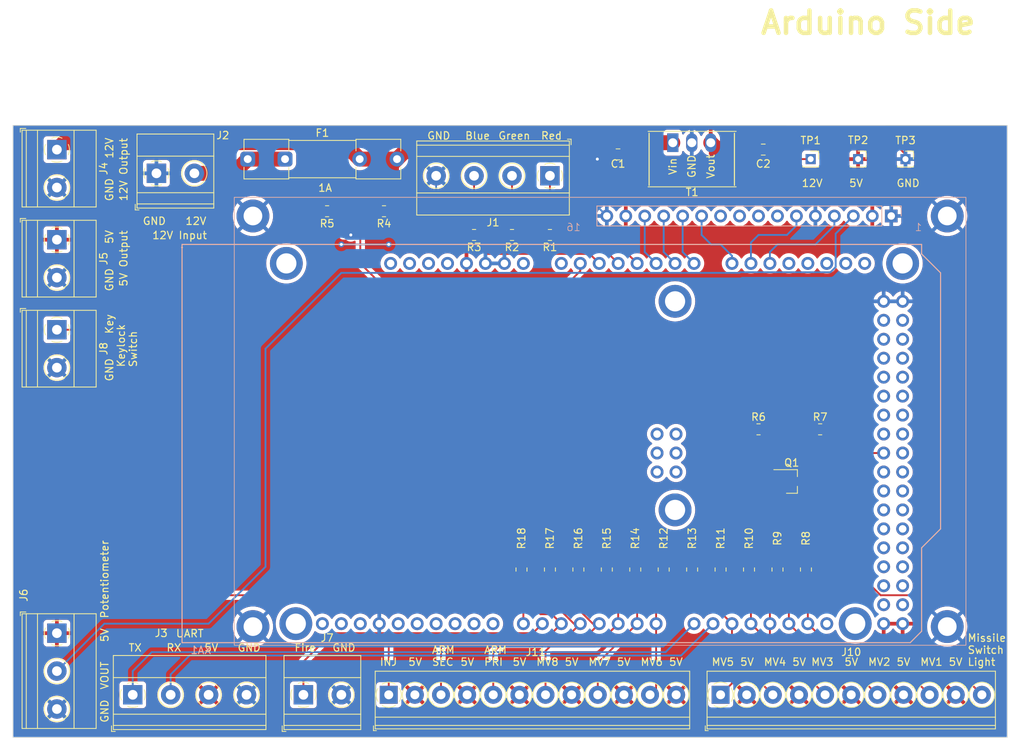
<source format=kicad_pcb>
(kicad_pcb (version 20221018) (generator pcbnew)
  (layers (0 "F.Cu" signal) (31 "B.Cu" signal) (34 "B.Paste" user) (35 "F.Paste" user) (36 "B.SilkS" user "B.Silkscreen") (37 "F.SilkS" user "F.Silkscreen") (38 "B.Mask" user) (39 "F.Mask" user) (44 "Edge.Cuts" user))
  (net 0 "")
  (net 1 "+12V")
  (net 2 "GND")
  (net 3 "+5V")
  (net 4 "Net-(J2-Pin_2)")
  (net 5 "Net-(J1-Pin_1)")
  (net 6 "Net-(J1-Pin_2)")
  (net 7 "Net-(J1-Pin_3)")
  (net 8 "UART_TX")
  (net 9 "UART_RX")
  (net 10 "/LCD_CONTRAST")
  (net 11 "FIRE_IN")
  (net 12 "KEYLOCK_IN")
  (net 13 "LCD_RS")
  (net 14 "LCD_E")
  (net 19 "LCD_DB4")
  (net 20 "LCD_DB5")
  (net 21 "LCD_DB6")
  (net 22 "LCD_DB7")
  (net 23 "MV2_IN")
  (net 24 "MV3_IN")
  (net 25 "MV1_IN")
  (net 26 "MV4_IN")
  (net 27 "MV6_IN")
  (net 28 "MV5_IN")
  (net 29 "MV7_IN")
  (net 30 "MV8_IN")
  (net 31 "ARM_PRI_IN")
  (net 32 "ARM_SEC_IN")
  (net 33 "INJ_IN")
  (net 34 "Net-(Q1-G)")
  (net 35 "COMM_STATUS_RED")
  (net 36 "COMM_STATUS_GREEN")
  (net 37 "COMM_STATUS_BLUE")
  (net 38 "12V_SENSE")
  (net 39 "LED_CTRL")
  (net 80 "/Missile Switches/MISSILE_LIGHT_GND")
  (footprint "Resistor_SMD:R_0805_2012Metric_Pad1.20x1.40mm_HandSolder" (layer "F.Cu") (at 149.86 98.155 90)
    (fp_text reference "R8")
    (fp_text value "22k")
  )
  (footprint "Resistor_SMD:R_0805_2012Metric_Pad1.20x1.40mm_HandSolder" (layer "F.Cu") (at 146.05 98.155 90)
    (fp_text reference "R9")
    (fp_text value "22k")
  )
  (footprint "Resistor_SMD:R_0805_2012Metric_Pad1.20x1.40mm_HandSolder" (layer "F.Cu") (at 151.765 79.375)
    (fp_text reference "R7")
    (fp_text value "10K")
  )
  (footprint "Connector_PinSocket_2.00mm:PinSocket_1x01_P2.00mm_Vertical" (layer "F.Cu") (at 163.195 43.18)
    (fp_text reference "TP3")
    (fp_text value "GND Test")
  )
  (footprint "Resistor_SMD:R_0805_2012Metric_Pad1.20x1.40mm_HandSolder" (layer "F.Cu") (at 93.345 50.165 180)
    (fp_text reference "R4")
    (fp_text value "15k")
  )
  (footprint "Connector_PinSocket_2.00mm:PinSocket_1x01_P2.00mm_Vertical" (layer "F.Cu") (at 150.495 43.18)
    (fp_text reference "TP1")
    (fp_text value "12V Test")
  )
  (footprint "Resistor_SMD:R_0805_2012Metric_Pad1.20x1.40mm_HandSolder" (layer "F.Cu") (at 105.41 53.34 180)
    (fp_text reference "R3")
    (fp_text value "100R")
  )
  (footprint "Fuse:Fuseholder_Clip-5x20mm_Littelfuse_111_Inline_P20.00x5.00mm_D1.05mm_Horizontal" (layer "F.Cu") (at 75.09 43.18)
    (fp_text reference "F1")
    (fp_text value "1A Fuse")
  )
  (footprint "Resistor_SMD:R_0805_2012Metric_Pad1.20x1.40mm_HandSolder" (layer "F.Cu") (at 85.725 50.165 180)
    (fp_text reference "R5")
    (fp_text value "7.5k")
  )
  (footprint "Resistor_SMD:R_0805_2012Metric_Pad1.20x1.40mm_HandSolder" (layer "F.Cu") (at 142.24 98.155 90)
    (fp_text reference "R10")
    (fp_text value "22k")
  )
  (footprint "rlcs_power_footprints:VXO78XX-1000" (layer "F.Cu") (at 132.03 40.985)
    (fp_text reference "T1")
    (fp_text value "VXO7805-1000")
  )
  (footprint "Resistor_SMD:R_0805_2012Metric_Pad1.20x1.40mm_HandSolder" (layer "F.Cu") (at 138.43 98.155 90)
    (fp_text reference "R11")
    (fp_text value "22k")
  )
  (footprint "Capacitor_SMD:C_0805_2012Metric_Pad1.18x1.45mm_HandSolder" (layer "F.Cu") (at 124.6925 42.545 180)
    (fp_text reference "C1")
    (fp_text value "10uF")
  )
  (footprint "Resistor_SMD:R_0805_2012Metric_Pad1.20x1.40mm_HandSolder" (layer "F.Cu") (at 110.49 53.34 180)
    (fp_text reference "R2")
    (fp_text value "100R")
  )
  (footprint "Resistor_SMD:R_0805_2012Metric_Pad1.20x1.40mm_HandSolder" (layer "F.Cu") (at 115.57 98.155 90)
    (fp_text reference "R17")
    (fp_text value "22k")
  )
  (footprint "TerminalBlock_Phoenix:TerminalBlock_Phoenix_PT-1,5-11-3.5-H_1x11_P3.50mm_Horizontal" (layer "F.Cu") (at 138.43 114.935)
    (fp_text reference "J10")
    (fp_text value "Screw_Terminal_01x11")
  )
  (footprint "TerminalBlock_Phoenix:TerminalBlock_Phoenix_MKDS-1,5-4-5.08_1x04_P5.08mm_Horizontal" (layer "F.Cu") (at 115.57 45.415 180)
    (fp_text reference "J1")
    (fp_text value "Comm Status LED")
  )
  (footprint "TerminalBlock_Phoenix:TerminalBlock_Phoenix_MKDS-1,5-3-5.08_1x03_P5.08mm_Horizontal" (layer "F.Cu") (at 49.53 106.68 -90)
    (fp_text reference "J6")
    (fp_text value "Potentiometer Connector")
  )
  (footprint "Resistor_SMD:R_0805_2012Metric_Pad1.20x1.40mm_HandSolder" (layer "F.Cu") (at 115.57 53.34 180)
    (fp_text reference "R1")
    (fp_text value "100R")
  )
  (footprint "Resistor_SMD:R_0805_2012Metric_Pad1.20x1.40mm_HandSolder" (layer "F.Cu") (at 119.38 98.155 90)
    (fp_text reference "R16")
    (fp_text value "22k")
  )
  (footprint "Resistor_SMD:R_0805_2012Metric_Pad1.20x1.40mm_HandSolder" (layer "F.Cu") (at 123.19 98.155 90)
    (fp_text reference "R15")
    (fp_text value "22k")
  )
  (footprint "TerminalBlock_Phoenix:TerminalBlock_Phoenix_MKDS-1,5-2-5.08_1x02_P5.08mm_Horizontal" (layer "F.Cu") (at 62.865 45.085)
    (fp_text reference "J2")
    (fp_text value "12V Power Input")
  )
  (footprint "Resistor_SMD:R_0805_2012Metric_Pad1.20x1.40mm_HandSolder" (layer "F.Cu") (at 111.76 98.155 90)
    (fp_text reference "R18")
    (fp_text value "22k")
  )
  (footprint "Connector_PinSocket_2.00mm:PinSocket_1x01_P2.00mm_Vertical" (layer "F.Cu") (at 156.845 43.18)
    (fp_text reference "TP2")
    (fp_text value "5V Test")
  )
  (footprint "TerminalBlock_Phoenix:TerminalBlock_Phoenix_PT-1,5-12-3.5-H_1x12_P3.50mm_Horizontal" (layer "F.Cu") (at 93.98 114.935)
    (fp_text reference "J11")
    (fp_text value "Screw_Terminal_01x12")
  )
  (footprint "Resistor_SMD:R_0805_2012Metric_Pad1.20x1.40mm_HandSolder" (layer "F.Cu") (at 130.81 98.155 90)
    (fp_text reference "R12")
    (fp_text value "22k")
  )
  (footprint "TerminalBlock_Phoenix:TerminalBlock_Phoenix_MKDS-1,5-2-5.08_1x02_P5.08mm_Horizontal" (layer "F.Cu") (at 49.53 53.975 -90)
    (fp_text reference "J5")
    (fp_text value "5V Output")
  )
  (footprint "TerminalBlock_Phoenix:TerminalBlock_Phoenix_MKDS-1,5-2-5.08_1x02_P5.08mm_Horizontal" (layer "F.Cu") (at 82.55 114.935)
    (fp_text reference "J7")
    (fp_text value "Fire Button Connector")
  )
  (footprint "Resistor_SMD:R_0805_2012Metric_Pad1.20x1.40mm_HandSolder" (layer "F.Cu") (at 127 98.155 90)
    (fp_text reference "R14")
    (fp_text value "22k")
  )
  (footprint "Capacitor_SMD:C_0805_2012Metric_Pad1.18x1.45mm_HandSolder" (layer "F.Cu") (at 144.145 41.91)
    (fp_text reference "C2")
    (fp_text value "22uF")
  )
  (footprint "TerminalBlock_Phoenix:TerminalBlock_Phoenix_MKDS-1,5-2-5.08_1x02_P5.08mm_Horizontal" (layer "F.Cu") (at 49.53 66.035 -90)
    (fp_text reference "J8")
    (fp_text value "Keylock Switch Connector")
  )
  (footprint "TerminalBlock_Phoenix:TerminalBlock_Phoenix_MKDS-1,5-4-5.08_1x04_P5.08mm_Horizontal" (layer "F.Cu") (at 59.69 114.935)
    (fp_text reference "J3")
    (fp_text value "UART Connector")
  )
  (footprint "Resistor_SMD:R_0805_2012Metric_Pad1.20x1.40mm_HandSolder" (layer "F.Cu") (at 143.51 79.375)
    (fp_text reference "R6")
    (fp_text value "130R")
  )
  (footprint "Package_TO_SOT_SMD:SOT-23_Handsoldering" (layer "F.Cu") (at 147.955 86.36)
    (fp_text reference "Q1")
    (fp_text value "TSM2306CX")
  )
  (footprint "TerminalBlock_Phoenix:TerminalBlock_Phoenix_MKDS-1,5-2-5.08_1x02_P5.08mm_Horizontal" (layer "F.Cu") (at 49.53 41.91 -90)
    (fp_text reference "J4")
    (fp_text value "12V Output")
  )
  (footprint "Resistor_SMD:R_0805_2012Metric_Pad1.20x1.40mm_HandSolder" (layer "F.Cu") (at 134.62 98.155 90)
    (fp_text reference "R13")
    (fp_text value "22k")
  )
  (footprint "rlcs_power_footprints:Arduino_Mega2560_Shield" (layer "B.Cu") (at 66.294 54.61)
    (fp_text reference "XA1")
    (fp_text value "Arduino_Mega2560_Shield")
  )
  (footprint "clientside_footprints:NHD-0420DZ-FSW-FBW" (layer "B.Cu") (at 122.29 78.3 180)
    (fp_text reference "J9" hide)
    (fp_text value "LCD Connector")
  )
  (gr_rect (start 43.65 38.67) (end 176.825 120.635) (stroke (width 0.1)) (fill none) (layer "Edge.Cuts"))
  (gr_text "Green" (at 108.585 40.64) (layer "F.SilkS") (effects (font (size 1 1)) (justify left bottom)))
  (gr_text "5V" (at 154.94 111.125) (layer "F.SilkS") (effects (font (size 1 1)) (justify left bottom)))
  (gr_text "12V" (at 57.15 43.18 90) (layer "F.SilkS") (effects (font (size 1 1)) (justify left bottom)))
  (gr_text "5V" (at 69.215 109.22) (layer "F.SilkS") (effects (font (size 1 1)) (justify left bottom)))
  (gr_text "MV2" (at 158.115 111.125) (layer "F.SilkS") (effects (font (size 1 1)) (justify left bottom)))
  (gr_text "5V" (at 155.575 46.99) (layer "F.SilkS") (effects (font (size 1 1)) (justify left bottom)))
  (gr_text "MV7" (at 120.65 111.125) (layer "F.SilkS") (effects (font (size 1 1)) (justify left bottom)))
  (gr_text "UART" (at 65.405 107.315) (layer "F.SilkS") (effects (font (size 1 1)) (justify left bottom)))
  (gr_text "5V" (at 147.955 111.125) (layer "F.SilkS") (effects (font (size 1 1)) (justify left bottom)))
  (gr_text "INJ" (at 92.71 111.125) (layer "F.SilkS") (effects (font (size 1 1)) (justify left bottom)))
  (gr_text "12V" (at 66.675 52.07) (layer "F.SilkS") (effects (font (size 1 1)) (justify left bottom)))
  (gr_text "5V" (at 124.46 111.125) (layer "F.SilkS") (effects (font (size 1 1)) (justify left bottom)))
  (gr_text "Potentiometer" (at 56.515 104.775 90) (layer "F.SilkS") (effects (font (size 1 1)) (justify left bottom)))
  (gr_text "MV8" (at 113.665 111.125) (layer "F.SilkS") (effects (font (size 1 1)) (justify left bottom)))
  (gr_text "ARM\nPRI" (at 106.68 111.125) (layer "F.SilkS") (effects (font (size 1 1)) (justify left bottom)))
  (gr_text "12V" (at 149.225 46.99) (layer "F.SilkS") (effects (font (size 1 1)) (justify left bottom)))
  (gr_text "GND" (at 57.15 73.025 90) (layer "F.SilkS") (effects (font (size 1 1)) (justify left bottom)))
  (gr_text "5V" (at 161.925 111.125) (layer "F.SilkS") (effects (font (size 1 1)) (justify left bottom)))
  (gr_text "5V" (at 117.475 111.125) (layer "F.SilkS") (effects (font (size 1 1)) (justify left bottom)))
  (gr_text "GND" (at 73.66 109.22) (layer "F.SilkS") (effects (font (size 1 1)) (justify left bottom)))
  (gr_text "GND" (at 161.925 46.99) (layer "F.SilkS") (effects (font (size 1 1)) (justify left bottom)))
  (gr_text "Fire" (at 81.28 109.22) (layer "F.SilkS") (effects (font (size 1 1)) (justify left bottom)))
  (gr_text "Arduino Side" (at 143.51 26.67) (layer "F.SilkS") (effects (font (size 3 3) (thickness 0.6) bold) (justify left bottom)))
  (gr_text "5V" (at 96.52 111.125) (layer "F.SilkS") (effects (font (size 1 1)) (justify left bottom)))
  (gr_text "GND" (at 99.06 40.64) (layer "F.SilkS") (effects (font (size 1 1)) (justify left bottom)))
  (gr_text "5V" (at 57.15 54.61 90) (layer "F.SilkS") (effects (font (size 1 1)) (justify left bottom)))
  (gr_text "5V" (at 140.97 111.125) (layer "F.SilkS") (effects (font (size 1 1)) (justify left bottom)))
  (gr_text "Keylock\nSwitch" (at 60.325 71.12 90) (layer "F.SilkS") (effects (font (size 1 1)) (justify left bottom)))
  (gr_text "VOUT" (at 56.515 114.3 90) (layer "F.SilkS") (effects (font (size 1 1)) (justify left bottom)))
  (gr_text "ARM\nSEC" (at 99.695 111.125) (layer "F.SilkS") (effects (font (size 1 1)) (justify left bottom)))
  (gr_text "Key" (at 57.15 66.675 90) (layer "F.SilkS") (effects (font (size 1 1)) (justify left bottom)))
  (gr_text "GND" (at 86.36 109.22) (layer "F.SilkS") (effects (font (size 1 1)) (justify left bottom)))
  (gr_text "MV5" (at 137.16 111.125) (layer "F.SilkS") (effects (font (size 1 1)) (justify left bottom)))
  (gr_text "GND" (at 60.96 52.07) (layer "F.SilkS") (effects (font (size 1 1)) (justify left bottom)))
  (gr_text "MV4" (at 144.145 111.125) (layer "F.SilkS") (effects (font (size 1 1)) (justify left bottom)))
  (gr_text "TX" (at 59.055 109.22) (layer "F.SilkS") (effects (font (size 1 1)) (justify left bottom)))
  (gr_text "MV3" (at 150.495 111.125) (layer "F.SilkS") (effects (font (size 1 1)) (justify left bottom)))
  (gr_text "5V" (at 168.91 111.125) (layer "F.SilkS") (effects (font (size 1 1)) (justify left bottom)))
  (gr_text "12V Output" (at 59.055 48.895 90) (layer "F.SilkS") (effects (font (size 1 1)) (justify left bottom)))
  (gr_text "5V Output" (at 59.055 60.325 90) (layer "F.SilkS") (effects (font (size 1 1)) (justify left bottom)))
  (gr_text "Blue" (at 104.14 40.64) (layer "F.SilkS") (effects (font (size 1 1)) (justify left bottom)))
  (gr_text "12V Input" (at 62.23 53.975) (layer "F.SilkS") (effects (font (size 1 1)) (justify left bottom)))
  (gr_text "GND" (at 56.515 118.745 90) (layer "F.SilkS") (effects (font (size 1 1)) (justify left bottom)))
  (gr_text "5V" (at 110.49 111.125) (layer "F.SilkS") (effects (font (size 1 1)) (justify left bottom)))
  (gr_text "Missile\nSwitch\nLight" (at 171.45 111.125) (layer "F.SilkS") (effects (font (size 1 1)) (justify left bottom)))
  (gr_text "MV1" (at 165.1 111.125) (layer "F.SilkS") (effects (font (size 1 1)) (justify left bottom)))
  (gr_text "5V" (at 131.445 111.125) (layer "F.SilkS") (effects (font (size 1 1)) (justify left bottom)))
  (gr_text "GND" (at 57.15 60.96 90) (layer "F.SilkS") (effects (font (size 1 1)) (justify left bottom)))
  (gr_text "Red" (at 114.3 40.64) (layer "F.SilkS") (effects (font (size 1 1)) (justify left bottom)))
  (gr_text "GND" (at 57.15 48.895 90) (layer "F.SilkS") (effects (font (size 1 1)) (justify left bottom)))
  (gr_text "RX" (at 64.135 109.22) (layer "F.SilkS") (effects (font (size 1 1)) (justify left bottom)))
  (gr_text "5V" (at 103.505 111.125) (layer "F.SilkS") (effects (font (size 1 1)) (justify left bottom)))
  (gr_text "MV6" (at 127.635 111.125) (layer "F.SilkS") (effects (font (size 1 1)) (justify left bottom)))
  (gr_text "5V" (at 56.515 107.95 90) (layer "F.SilkS") (effects (font (size 1 1)) (justify left bottom)))
  (gr_text "1A" (at 84.455 47.625) (layer "F.SilkS") (effects (font (size 1 1)) (justify left bottom)))
  (segment (start 146.05 45.72) (end 123.34311 45.72) (width 0.25) (layer "F.Cu") (net 1))
  (segment (start 128.07811 40.985) (end 125.73 43.33311) (width 2) (layer "F.Cu") (net 1))
  (segment (start 123.34311 45.72) (end 125.73 43.33311) (width 2) (layer "F.Cu") (net 1))
  (segment (start 132.03 40.985) (end 128.07811 40.985) (width 2) (layer "F.Cu") (net 1))
  (segment (start 90.09 43.18) (end 95.09 43.18) (width 2) (layer "F.Cu") (net 1))
  (segment (start 94.345 43.925) (end 95.09 43.18) (width 2) (layer "F.Cu") (net 1))
  (segment (start 148.59 43.18) (end 146.05 45.72) (width 0.25) (layer "F.Cu") (net 1))
  (segment (start 95.09 43.18) (end 96.09 42.18) (width 2) (layer "F.Cu") (net 1))
  (segment (start 125.73 43.33311) (end 125.73 42.545) (width 2) (layer "F.Cu") (net 1))
  (segment (start 94.345 50.165) (end 94.345 43.925) (width 2) (layer "F.Cu") (net 1))
  (segment (start 87.89 40.98) (end 90.09 43.18) (width 2) (layer "F.Cu") (net 1))
  (segment (start 121.92 45.72) (end 123.34311 45.72) (width 2) (layer "F.Cu") (net 1))
  (segment (start 96.09 42.18) (end 118.38 42.18) (width 2) (layer "F.Cu") (net 1))
  (segment (start 150.495 43.18) (end 148.59 43.18) (width 0.25) (layer "F.Cu") (net 1))
  (segment (start 49.53 41.91) (end 50.46 40.98) (width 2) (layer "F.Cu") (net 1))
  (segment (start 118.38 42.18) (end 121.92 45.72) (width 2) (layer "F.Cu") (net 1))
  (segment (start 50.46 40.98) (end 87.89 40.98) (width 2) (layer "F.Cu") (net 1))
  (segment (start 123.02 43.18) (end 123.655 42.545) (width 0.25) (layer "F.Cu") (net 2))
  (segment (start 130.81 97.155) (end 134.62 97.155) (width 0.25) (layer "F.Cu") (net 2))
  (segment (start 153.67 64.77) (end 153.67 74.93) (width 0.25) (layer "F.Cu") (net 2))
  (segment (start 146.455 87.31) (end 146.455 96.75) (width 0.25) (layer "F.Cu") (net 2))
  (segment (start 119.38 97.155) (end 123.19 97.155) (width 0.25) (layer "F.Cu") (net 2))
  (segment (start 146.455 87.31) (end 141.92 87.31) (width 0.25) (layer "F.Cu") (net 2))
  (segment (start 145.1825 41.91) (end 147.7225 39.37) (width 0.25) (layer "F.Cu") (net 2))
  (segment (start 147.7225 39.37) (end 160.02 39.37) (width 0.25) (layer "F.Cu") (net 2))
  (segment (start 146.05 97.155) (end 142.24 97.155) (width 0.25) (layer "F.Cu") (net 2))
  (segment (start 115.57 97.155) (end 119.38 97.155) (width 0.25) (layer "F.Cu") (net 2))
  (segment (start 139.7 77.47) (end 142.24 74.93) (width 0.25) (layer "F.Cu") (net 2))
  (segment (start 141.92 87.31) (end 139.7 85.09) (width 0.25) (layer "F.Cu") (net 2))
  (segment (start 134.62 97.155) (end 138.43 97.155) (width 0.25) (layer "F.Cu") (net 2))
  (segment (start 127 97.155) (end 130.81 97.155) (width 0.25) (layer "F.Cu") (net 2))
  (segment (start 87.9 53.34) (end 88.9 53.34) (width 0.25) (layer "F.Cu") (net 2))
  (segment (start 111.76 97.155) (end 115.57 97.155) (width 0.25) (layer "F.Cu") (net 2))
  (segment (start 153.67 74.93) (end 153.67 78.47) (width 0.25) (layer "F.Cu") (net 2))
  (segment (start 142.24 74.93) (end 153.67 74.93) (width 0.25) (layer "F.Cu") (net 2))
  (segment (start 146.455 96.75) (end 146.05 97.155) (width 0.25) (layer "F.Cu") (net 2))
  (segment (start 160.02 39.37) (end 163.195 42.545) (width 0.25) (layer "F.Cu") (net 2))
  (segment (start 121.92 43.18) (end 123.02 43.18) (width 0.25) (layer "F.Cu") (net 2))
  (segment (start 142.24 97.155) (end 138.43 97.155) (width 0.25) (layer "F.Cu") (net 2))
  (segment (start 149.86 97.155) (end 146.05 97.155) (width 0.25) (layer "F.Cu") (net 2))
  (segment (start 153.67 78.47) (end 152.765 79.375) (width 0.25) (layer "F.Cu") (net 2))
  (segment (start 163.195 42.545) (end 163.195 43.18) (width 0.25) (layer "F.Cu") (net 2))
  (segment (start 160.274 62.23) (end 156.21 62.23) (width 0.25) (layer "F.Cu") (net 2))
  (segment (start 123.19 97.155) (end 127 97.155) (width 0.25) (layer "F.Cu") (net 2))
  (segment (start 84.725 50.165) (end 87.9 53.34) (width 0.25) (layer "F.Cu") (net 2))
  (segment (start 156.21 62.23) (end 153.67 64.77) (width 0.25) (layer "F.Cu") (net 2))
  (segment (start 139.7 85.09) (end 139.7 77.47) (width 0.25) (layer "F.Cu") (net 2))
  (via (at 88.9 53.34) (size 0.8) (drill 0.4) (layers "F.Cu" "B.Cu") (net 2))
  (via (at 121.92 43.18) (size 0.8) (drill 0.4) (layers "F.Cu" "B.Cu") (net 2))
  (segment (start 100.33 50.8) (end 97.79 53.34) (width 0.25) (layer "B.Cu") (net 2))
  (segment (start 120.65 44.45) (end 121.92 43.18) (width 0.25) (layer "B.Cu") (net 2))
  (segment (start 123.19 50.8) (end 120.65 48.26) (width 0.25) (layer "B.Cu") (net 2))
  (segment (start 120.65 48.26) (end 120.65 44.45) (width 0.25) (layer "B.Cu") (net 2))
  (segment (start 100.33 45.415) (end 100.33 50.8) (width 0.25) (layer "B.Cu") (net 2))
  (segment (start 97.79 53.34) (end 88.9 53.34) (width 0.25) (layer "B.Cu") (net 2))
  (segment (start 138.035 41.91) (end 137.11 40.985) (width 2) (layer "F.Cu") (net 3))
  (segment (start 143.1075 41.91) (end 138.035 41.91) (width 2) (layer "F.Cu") (net 3))
  (via (at 93.98 54.61) (size 0.8) (drill 0.4) (layers "F.Cu" "B.Cu") (net 3))
  (via (at 87.63 54.61) (size 0.8) (drill 0.4) (layers "F.Cu" "B.Cu") (net 3))
  (segment (start 87.63 54.61) (end 93.98 54.61) (width 0.25) (layer "B.Cu") (net 3))
  (segment (start 75.09 43.18) (end 80.09 43.18) (width 2) (layer "F.Cu") (net 4))
  (segment (start 67.945 45.085) (end 73.185 45.085) (width 2) (layer "F.Cu") (net 4))
  (segment (start 73.185 45.085) (end 75.09 43.18) (width 2) (layer "F.Cu") (net 4))
  (segment (start 115.57 45.415) (end 115.57 52.34) (width 0.25) (layer "F.Cu") (net 5))
  (segment (start 115.57 52.34) (end 116.57 53.34) (width 0.25) (layer "F.Cu") (net 5))
  (segment (start 110.49 52.34) (end 111.49 53.34) (width 0.25) (layer "F.Cu") (net 6))
  (segment (start 110.49 45.415) (end 110.49 52.34) (width 0.25) (layer "F.Cu") (net 6))
  (segment (start 106.41 53.34) (end 105.41 52.34) (width 0.25) (layer "F.Cu") (net 7))
  (segment (start 105.41 52.34) (end 105.41 45.415) (width 0.25) (layer "F.Cu") (net 7))
  (segment (start 62.23 109.22) (end 59.69 111.76) (width 0.25) (layer "B.Cu") (net 8))
  (segment (start 134.874 105.41) (end 131.064 109.22) (width 0.25) (layer "B.Cu") (net 8))
  (segment (start 59.69 111.76) (end 59.69 114.935) (width 0.25) (layer "B.Cu") (net 8))
  (segment (start 131.064 109.22) (end 62.23 109.22) (width 0.25) (layer "B.Cu") (net 8))
  (segment (start 67.31 109.67) (end 133.154 109.67) (width 0.25) (layer "B.Cu") (net 9))
  (segment (start 64.77 114.935) (end 64.77 112.21) (width 0.25) (layer "B.Cu") (net 9))
  (segment (start 64.77 112.21) (end 67.31 109.67) (width 0.25) (layer "B.Cu") (net 9))
  (segment (start 133.154 109.67) (end 137.414 105.41) (width 0.25) (layer "B.Cu") (net 9))
  (segment (start 69.85 105.41) (end 77.47 97.79) (width 0.25) (layer "B.Cu") (net 10))
  (segment (start 141.0514 58.3386) (end 153.146335 58.3386) (width 0.25) (layer "B.Cu") (net 10))
  (segment (start 153.8426 53.1674) (end 156.21 50.8) (width 0.25) (layer "B.Cu") (net 10))
  (segment (start 69.85 105.41) (end 55.88 105.41) (width 0.25) (layer "B.Cu") (net 10))
  (segment (start 153.146335 58.3386) (end 153.8426 57.642335) (width 0.25) (layer "B.Cu") (net 10))
  (segment (start 140.97 58.42) (end 141.0514 58.3386) (width 0.25) (layer "B.Cu") (net 10))
  (segment (start 77.47 68.58) (end 87.63 58.42) (width 0.25) (layer "B.Cu") (net 10))
  (segment (start 87.63 58.42) (end 140.97 58.42) (width 0.25) (layer "B.Cu") (net 10))
  (segment (start 77.47 97.79) (end 77.47 68.58) (width 0.25) (layer "B.Cu") (net 10))
  (segment (start 153.8426 57.642335) (end 153.8426 53.1674) (width 0.25) (layer "B.Cu") (net 10))
  (segment (start 55.88 105.41) (end 49.53 111.76) (width 0.25) (layer "B.Cu") (net 10))
  (segment (start 114.554 105.41) (end 113.284 106.68) (width 0.25) (layer "F.Cu") (net 11))
  (segment (start 113.284 106.68) (end 86.36 106.68) (width 0.25) (layer "F.Cu") (net 11))
  (segment (start 82.55 110.49) (end 82.55 114.935) (width 0.25) (layer "F.Cu") (net 11))
  (segment (start 86.36 106.68) (end 82.55 110.49) (width 0.25) (layer "F.Cu") (net 11))
  (segment (start 54.605 66.035) (end 49.53 66.035) (width 0.25) (layer "F.Cu") (net 12))
  (segment (start 112.014 105.41) (end 112.014 103.124) (width 0.25) (layer "F.Cu") (net 12))
  (segment (start 57.15 68.58) (end 54.605 66.035) (width 0.25) (layer "F.Cu") (net 12))
  (segment (start 57.15 99.06) (end 57.15 68.58) (width 0.25) (layer "F.Cu") (net 12))
  (segment (start 112.014 103.124) (end 110.49 101.6) (width 0.25) (layer "F.Cu") (net 12))
  (segment (start 59.69 101.6) (end 57.15 99.06) (width 0.25) (layer "F.Cu") (net 12))
  (segment (start 110.49 101.6) (end 59.69 101.6) (width 0.25) (layer "F.Cu") (net 12))
  (segment (start 145.034 55.626) (end 146.05 54.61) (width 0.25) (layer "B.Cu") (net 13))
  (segment (start 146.05 54.61) (end 151.13 54.61) (width 0.25) (layer "B.Cu") (net 13))
  (segment (start 153.67 52.07) (end 153.67 50.8) (width 0.25) (layer "B.Cu") (net 13))
  (segment (start 145.034 57.15) (end 145.034 55.626) (width 0.25) (layer "B.Cu") (net 13))
  (segment (start 151.13 54.61) (end 153.67 52.07) (width 0.25) (layer "B.Cu") (net 13))
  (segment (start 148.59 52.07) (end 147.32 53.34) (width 0.25) (layer "B.Cu") (net 14))
  (segment (start 142.494 54.356) (end 142.494 57.15) (width 0.25) (layer "B.Cu") (net 14))
  (segment (start 143.51 53.34) (end 142.494 54.356) (width 0.25) (layer "B.Cu") (net 14))
  (segment (start 148.59 50.8) (end 148.59 52.07) (width 0.25) (layer "B.Cu") (net 14))
  (segment (start 147.32 53.34) (end 143.51 53.34) (width 0.25) (layer "B.Cu") (net 14))
  (segment (start 139.954 56.134) (end 139.954 57.15) (width 0.25) (layer "B.Cu") (net 19))
  (segment (start 135.89 53.34) (end 137.16 54.61) (width 0.25) (layer "B.Cu") (net 19))
  (segment (start 138.43 54.61) (end 139.954 56.134) (width 0.25) (layer "B.Cu") (net 19))
  (segment (start 135.89 50.8) (end 135.89 53.34) (width 0.25) (layer "B.Cu") (net 19))
  (segment (start 137.16 54.61) (end 138.43 54.61) (width 0.25) (layer "B.Cu") (net 19))
  (segment (start 133.35 50.8) (end 133.35 55.626) (width 0.25) (layer "B.Cu") (net 20))
  (segment (start 133.35 55.626) (end 134.874 57.15) (width 0.25) (layer "B.Cu") (net 20))
  (segment (start 130.81 50.8) (end 130.81 55.626) (width 0.25) (layer "B.Cu") (net 21))
  (segment (start 130.81 55.626) (end 132.334 57.15) (width 0.25) (layer "B.Cu") (net 21))
  (segment (start 128.27 50.8) (end 128.27 55.626) (width 0.25) (layer "B.Cu") (net 22))
  (segment (start 128.27 55.626) (end 129.794 57.15) (width 0.25) (layer "B.Cu") (net 22))
  (segment (start 147.574 100.679) (end 147.574 105.41) (width 0.25) (layer "F.Cu") (net 23))
  (segment (start 155.194 113.03) (end 147.574 105.41) (width 0.25) (layer "F.Cu") (net 23))
  (segment (start 157.525 113.03) (end 155.194 113.03) (width 0.25) (layer "F.Cu") (net 23))
  (segment (start 159.43 114.935) (end 157.525 113.03) (width 0.25) (layer "F.Cu") (net 23))
  (segment (start 146.05 99.155) (end 147.574 100.679) (width 0.25) (layer "F.Cu") (net 23))
  (segment (start 145.034 107.539) (end 145.034 105.41) (width 0.25) (layer "F.Cu") (net 24))
  (segment (start 145.034 101.949) (end 145.034 105.41) (width 0.25) (layer "F.Cu") (net 24))
  (segment (start 142.24 99.155) (end 145.034 101.949) (width 0.25) (layer "F.Cu") (net 24))
  (segment (start 152.43 114.935) (end 145.034 107.539) (width 0.25) (layer "F.Cu") (net 24))
  (segment (start 150.114 99.409) (end 150.114 105.41) (width 0.25) (layer "F.Cu") (net 25))
  (segment (start 153.924 109.22) (end 160.715 109.22) (width 0.25) (layer "F.Cu") (net 25))
  (segment (start 149.86 99.155) (end 150.114 99.409) (width 0.25) (layer "F.Cu") (net 25))
  (segment (start 150.114 105.41) (end 153.924 109.22) (width 0.25) (layer "F.Cu") (net 25))
  (segment (start 160.715 109.22) (end 166.43 114.935) (width 0.25) (layer "F.Cu") (net 25))
  (segment (start 143.455 112.96) (end 145.43 114.935) (width 0.25) (layer "F.Cu") (net 26))
  (segment (start 138.43 99.155) (end 142.494 103.219) (width 0.25) (layer "F.Cu") (net 26))
  (segment (start 142.494 105.41) (end 143.455 106.371) (width 0.25) (layer "F.Cu") (net 26))
  (segment (start 142.494 103.219) (end 142.494 105.41) (width 0.25) (layer "F.Cu") (net 26))
  (segment (start 143.455 106.371) (end 143.455 112.96) (width 0.25) (layer "F.Cu") (net 26))
  (segment (start 130.81 99.155) (end 129.794 100.171) (width 0.25) (layer "F.Cu") (net 27))
  (segment (start 129.794 114.121) (end 128.98 114.935) (width 0.25) (layer "F.Cu") (net 27))
  (segment (start 129.794 100.171) (end 129.794 105.41) (width 0.25) (layer "F.Cu") (net 27))
  (segment (start 129.794 105.41) (end 129.794 114.121) (width 0.25) (layer "F.Cu") (net 27))
  (segment (start 139.954 113.411) (end 138.43 114.935) (width 0.25) (layer "F.Cu") (net 28))
  (segment (start 139.954 105.41) (end 139.954 113.411) (width 0.25) (layer "F.Cu") (net 28))
  (segment (start 134.62 99.155) (end 134.62 100.076) (width 0.25) (layer "F.Cu") (net 28))
  (segment (start 134.62 100.076) (end 139.954 105.41) (width 0.25) (layer "F.Cu") (net 28))
  (segment (start 121.98 114.935) (end 121.98 110.684) (width 0.25) (layer "F.Cu") (net 29))
  (segment (start 121.98 110.684) (end 127.254 105.41) (width 0.25) (layer "F.Cu") (net 29))
  (segment (start 127 99.155) (end 127.254 99.409) (width 0.25) (layer "F.Cu") (net 29))
  (segment (start 127.254 99.409) (end 127.254 105.41) (width 0.25) (layer "F.Cu") (net 29))
  (segment (start 121.644 108.48) (end 115.57 108.48) (width 0.25) (layer "F.Cu") (net 30))
  (segment (start 115.57 108.48) (end 114.98 109.07) (width 0.25) (layer "F.Cu") (net 30))
  (segment (start 124.714 100.679) (end 124.714 105.41) (width 0.25) (layer "F.Cu") (net 30))
  (segment (start 123.19 99.155) (end 124.714 100.679) (width 0.25) (layer "F.Cu") (net 30))
  (segment (start 114.98 109.07) (end 114.98 114.935) (width 0.25) (layer "F.Cu") (net 30))
  (segment (start 124.714 105.41) (end 121.644 108.48) (width 0.25) (layer "F.Cu") (net 30))
  (segment (start 119.38 99.155) (end 119.38 103.475065) (width 0.25) (layer "F.Cu") (net 31))
  (segment (start 107.98 109.25) (end 109.2 108.03) (width 0.25) (layer "F.Cu") (net 31))
  (segment (start 109.2 108.03) (end 119.554 108.03) (width 0.25) (layer "F.Cu") (net 31))
  (segment (start 119.38 103.475065) (end 121.314935 105.41) (width 0.25) (layer "F.Cu") (net 31))
  (segment (start 122.174 105.41) (end 119.554 108.03) (width 0.25) (layer "F.Cu") (net 31))
  (segment (start 107.98 109.25) (end 107.98 114.935) (width 0.25) (layer "F.Cu") (net 31))
  (segment (start 121.314935 105.41) (end 122.174 105.41) (width 0.25) (layer "F.Cu") (net 31))
  (segment (start 101.97 107.58) (end 100.98 108.57) (width 0.25) (layer "F.Cu") (net 32))
  (segment (start 100.98 108.57) (end 100.98 114.935) (width 0.25) (layer "F.Cu") (net 32))
  (segment (start 119.634 105.41) (end 117.464 107.58) (width 0.25) (layer "F.Cu") (net 32))
  (segment (start 118.774935 105.41) (end 119.634 105.41) (width 0.25) (layer "F.Cu") (net 32))
  (segment (start 115.57 99.155) (end 115.57 102.205065) (width 0.25) (layer "F.Cu") (net 32))
  (segment (start 115.57 102.205065) (end 118.774935 105.41) (width 0.25) (layer "F.Cu") (net 32))
  (segment (start 117.464 107.58) (end 101.97 107.58) (width 0.25) (layer "F.Cu") (net 32))
  (segment (start 94.8 107.13) (end 93.98 107.95) (width 0.25) (layer "F.Cu") (net 33))
  (segment (start 114.3 104.14) (end 115.824 104.14) (width 0.25) (layer "F.Cu") (net 33))
  (segment (start 111.76 101.6) (end 114.3 104.14) (width 0.25) (layer "F.Cu") (net 33))
  (segment (start 93.98 107.95) (end 93.98 114.935) (width 0.25) (layer "F.Cu") (net 33))
  (segment (start 115.824 104.14) (end 117.094 105.41) (width 0.25) (layer "F.Cu") (net 33))
  (segment (start 115.374 107.13) (end 94.8 107.13) (width 0.25) (layer "F.Cu") (net 33))
  (segment (start 111.76 99.155) (end 111.76 101.6) (width 0.25) (layer "F.Cu") (net 33))
  (segment (start 117.094 105.41) (end 115.374 107.13) (width 0.25) (layer "F.Cu") (net 33))
  (segment (start 142.51 84.09) (end 143.83 85.41) (width 0.25) (layer "F.Cu") (net 34))
  (segment (start 142.51 79.375) (end 142.51 84.09) (width 0.25) (layer "F.Cu") (net 34))
  (segment (start 143.83 85.41) (end 146.455 85.41) (width 0.25) (layer "F.Cu") (net 34))
  (segment (start 115.94 54.98) (end 125.084 54.98) (width 0.25) (layer "F.Cu") (net 35))
  (segment (start 125.084 54.98) (end 127.254 57.15) (width 0.25) (layer "F.Cu") (net 35))
  (segment (start 114.57 53.34) (end 114.57 53.61) (width 0.25) (layer "F.Cu") (net 35))
  (segment (start 114.57 53.61) (end 115.94 54.98) (width 0.25) (layer "F.Cu") (net 35))
  (segment (start 122.994 55.43) (end 124.714 57.15) (width 0.25) (layer "F.Cu") (net 36))
  (segment (start 109.49 53.34) (end 109.49 54.88) (width 0.25) (layer "F.Cu") (net 36))
  (segment (start 109.49 54.88) (end 110.04 55.43) (width 0.25) (layer "F.Cu") (net 36))
  (segment (start 110.04 55.43) (end 122.994 55.43) (width 0.25) (layer "F.Cu") (net 36))
  (segment (start 106.95 55.88) (end 104.41 53.34) (width 0.25) (layer "F.Cu") (net 37))
  (segment (start 122.174 57.15) (end 120.904 55.88) (width 0.25) (layer "F.Cu") (net 37))
  (segment (start 120.904 55.88) (end 106.95 55.88) (width 0.25) (layer "F.Cu") (net 37))
  (segment (start 92.71 59.69) (end 90.17 57.15) (width 0.25) (layer "F.Cu") (net 38))
  (segment (start 119.634 58.166) (end 118.11 59.69) (width 0.25) (layer "F.Cu") (net 38))
  (segment (start 119.634 57.15) (end 119.634 58.166) (width 0.25) (layer "F.Cu") (net 38))
  (segment (start 90.17 50.165) (end 92.345 50.165) (width 0.25) (layer "F.Cu") (net 38))
  (segment (start 118.11 59.69) (end 92.71 59.69) (width 0.25) (layer "F.Cu") (net 38))
  (segment (start 90.17 57.15) (end 90.17 50.165) (width 0.25) (layer "F.Cu") (net 38))
  (segment (start 86.725 50.165) (end 90.17 50.165) (width 0.25) (layer "F.Cu") (net 38))
  (segment (start 160.274 82.55) (end 148.59 82.55) (width 0.25) (layer "F.Cu") (net 39))
  (segment (start 144.51 79.375) (end 147.32 79.375) (width 0.25) (layer "F.Cu") (net 39))
  (segment (start 147.32 79.375) (end 150.765 79.375) (width 0.25) (layer "F.Cu") (net 39))
  (segment (start 147.32 81.28) (end 147.32 79.375) (width 0.25) (layer "F.Cu") (net 39))
  (segment (start 148.59 82.55) (end 147.32 81.28) (width 0.25) (layer "F.Cu") (net 39))
  (segment (start 153.67 86.36) (end 149.455 86.36) (width 0.25) (layer "F.Cu") (net 80))
  (segment (start 165.965 103.735) (end 163.83 101.6) (width 0.25) (layer "F.Cu") (net 80))
  (segment (start 159.863065 101.6) (end 158.75 100.486935) (width 0.25) (layer "F.Cu") (net 80))
  (segment (start 173.43 114.935) (end 165.965 107.47) (width 0.25) (layer "F.Cu") (net 80))
  (segment (start 158.75 91.44) (end 153.67 86.36) (width 0.25) (layer "F.Cu") (net 80))
  (segment (start 158.75 100.486935) (end 158.75 91.44) (width 0.25) (layer "F.Cu") (net 80))
  (segment (start 163.83 101.6) (end 159.863065 101.6) (width 0.25) (layer "F.Cu") (net 80))
  (segment (start 165.965 107.47) (end 165.965 103.735) (width 0.25) (layer "F.Cu") (net 80))
  (zone (net 3) (net_name "+5V") (layer "F.Cu") (connect_pads (clearance 0.5)) (min_thickness 0.25) (fill yes (thermal_gap 0.5) (thermal_bridge_width 0.5))
    (polygon (pts (xy 41.91 36.83) (xy 41.91 121.92) (xy 179.07 121.92) (xy 179.07 36.83)))
  )
  (zone (net 2) (net_name "GND") (layer "B.Cu") (priority 1) (connect_pads (clearance 0.5)) (min_thickness 0.25) (fill yes (thermal_gap 0.5) (thermal_bridge_width 0.5))
    (polygon (pts (xy 41.91 36.83) (xy 41.91 121.92) (xy 179.07 121.92) (xy 179.07 36.83)))
  )
)
</source>
